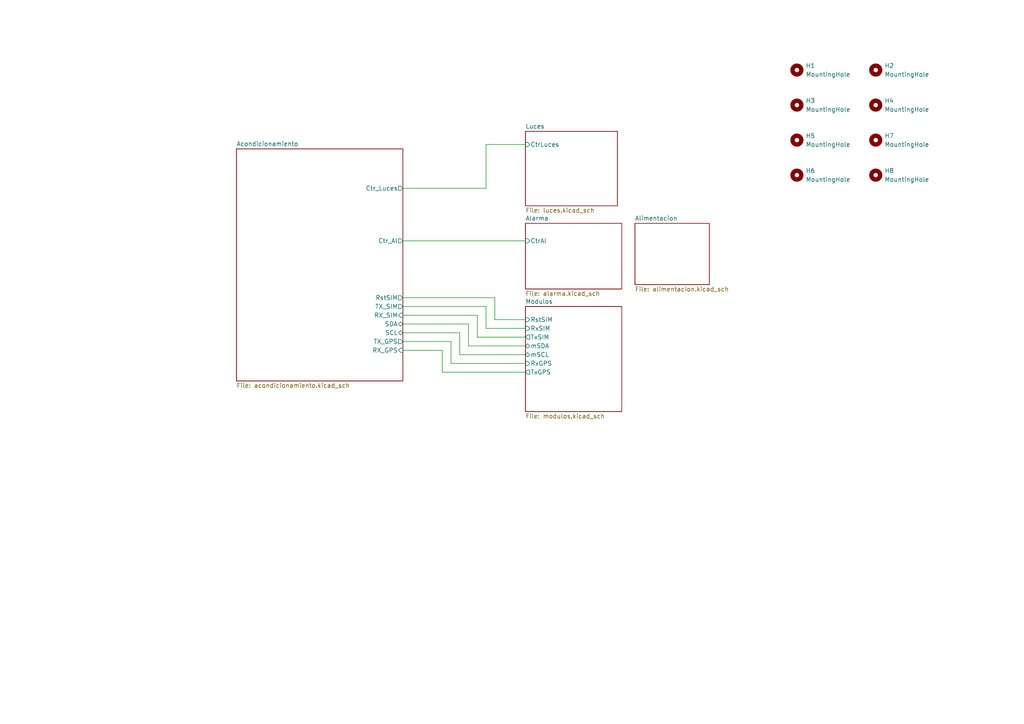
<source format=kicad_sch>
(kicad_sch (version 20230121) (generator eeschema)
  (paper "A4")
  (lib_symbols
    (symbol "Mechanical:MountingHole" (pin_names (offset 1.016))
      (property "Reference" "H" (at 0 5.08 0))
      (property "Value" "MountingHole" (at 0 3.175 0))
      (symbol "MountingHole_0_1"
        (circle (center 0 0) (radius 1.27) (stroke (width 1.27)))
      )
    )
  )
  (wire (pts (xy 116.84 54.61) (xy 140.97 54.61)))
  (wire (pts (xy 128.27 101.6) (xy 116.84 101.6)))
  (wire (pts (xy 116.84 88.9) (xy 140.97 88.9)))
  (wire (pts (xy 133.35 102.87) (xy 133.35 96.52)))
  (wire (pts (xy 135.89 100.33) (xy 135.89 93.98)))
  (wire (pts (xy 130.81 99.06) (xy 116.84 99.06)))
  (wire (pts (xy 140.97 41.91) (xy 152.4 41.91)))
  (wire (pts (xy 152.4 105.41) (xy 130.81 105.41)))
  (wire (pts (xy 138.43 91.44) (xy 116.84 91.44)))
  (wire (pts (xy 140.97 95.25) (xy 140.97 88.9)))
  (wire (pts (xy 130.81 105.41) (xy 130.81 99.06)))
  (wire (pts (xy 152.4 97.79) (xy 138.43 97.79)))
  (wire (pts (xy 152.4 95.25) (xy 140.97 95.25)))
  (wire (pts (xy 143.51 92.71) (xy 152.4 92.71)))
  (wire (pts (xy 133.35 96.52) (xy 116.84 96.52)))
  (wire (pts (xy 152.4 100.33) (xy 135.89 100.33)))
  (wire (pts (xy 140.97 54.61) (xy 140.97 41.91)))
  (wire (pts (xy 135.89 93.98) (xy 116.84 93.98)))
  (wire (pts (xy 128.27 107.95) (xy 128.27 101.6)))
  (wire (pts (xy 143.51 86.36) (xy 143.51 92.71)))
  (wire (pts (xy 152.4 107.95) (xy 128.27 107.95)))
  (wire (pts (xy 152.4 102.87) (xy 133.35 102.87)))
  (wire (pts (xy 116.84 69.85) (xy 152.4 69.85)))
  (wire (pts (xy 138.43 97.79) (xy 138.43 91.44)))
  (wire (pts (xy 116.84 86.36) (xy 143.51 86.36)))
  (symbol (lib_id "Mechanical:MountingHole") (at 231.14 20.32 0) (unit 1)
    (property "Reference" "H1" (at 233.68 19.05 0) (effects (justify left)))
    (property "Value" "MountingHole" (at 233.68 21.59 0) (effects (justify left)))
    (property "Footprint" "MountingHole:MountingHole_3.2mm_M3" (effects hide))
  )
  (symbol (lib_id "Mechanical:MountingHole") (at 231.14 50.8 0) (unit 1)
    (property "Reference" "H6" (at 233.68 49.53 0) (effects (justify left)))
    (property "Value" "MountingHole" (at 233.68 52.07 0) (effects (justify left)))
    (property "Footprint" "MountingHole:MountingHole_3.2mm_M3" (effects hide))
  )
  (symbol (lib_id "Mechanical:MountingHole") (at 254 20.32 0) (unit 1)
    (property "Reference" "H2" (at 256.54 19.05 0) (effects (justify left)))
    (property "Value" "MountingHole" (at 256.54 21.59 0) (effects (justify left)))
    (property "Footprint" "MountingHole:MountingHole_3.2mm_M3" (effects hide))
  )
  (symbol (lib_id "Mechanical:MountingHole") (at 254 50.8 0) (unit 1)
    (property "Reference" "H8" (at 256.54 49.53 0) (effects (justify left)))
    (property "Value" "MountingHole" (at 256.54 52.07 0) (effects (justify left)))
    (property "Footprint" "MountingHole:MountingHole_3.2mm_M3" (effects hide))
  )
  (symbol (lib_id "Mechanical:MountingHole") (at 231.14 30.48 0) (unit 1)
    (property "Reference" "H3" (at 233.68 29.21 0) (effects (justify left)))
    (property "Value" "MountingHole" (at 233.68 31.75 0) (effects (justify left)))
    (property "Footprint" "MountingHole:MountingHole_3.2mm_M3" (effects hide))
  )
  (symbol (lib_id "Mechanical:MountingHole") (at 254 40.64 0) (unit 1)
    (property "Reference" "H7" (at 256.54 39.37 0) (effects (justify left)))
    (property "Value" "MountingHole" (at 256.54 41.91 0) (effects (justify left)))
    (property "Footprint" "MountingHole:MountingHole_3.2mm_M3" (effects hide))
  )
  (symbol (lib_id "Mechanical:MountingHole") (at 231.14 40.64 0) (unit 1)
    (property "Reference" "H5" (at 233.68 39.37 0) (effects (justify left)))
    (property "Value" "MountingHole" (at 233.68 41.91 0) (effects (justify left)))
    (property "Footprint" "MountingHole:MountingHole_3.2mm_M3" (effects hide))
  )
  (symbol (lib_id "Mechanical:MountingHole") (at 254 30.48 0) (unit 1)
    (property "Reference" "H4" (at 256.54 29.21 0) (effects (justify left)))
    (property "Value" "MountingHole" (at 256.54 31.75 0) (effects (justify left)))
    (property "Footprint" "MountingHole:MountingHole_3.2mm_M3" (effects hide))
  )
  (sheet (at 152.4 64.77) (size 27.94 19.05) (stroke (width 0.1524))
    (property "Sheetname" "Alarma" (at 152.4 64.0584 0) (effects (justify left bottom)))
    (property "Sheetfile" "alarma.kicad_sch" (at 152.4 84.4046 0) (effects (justify left top)))
    (pin "CtrAl" input (at 152.4 69.85 180))
  )
  (sheet (at 152.4 38.1) (size 26.67 21.59) (stroke (width 0.1524))
    (property "Sheetname" "Luces" (at 152.4 37.3884 0) (effects (justify left bottom)))
    (property "Sheetfile" "luces.kicad_sch" (at 152.4 60.2746 0) (effects (justify left top)))
    (pin "CtrLuces" input (at 152.4 41.91 180))
  )
  (sheet (at 152.4 88.9) (size 27.94 30.48) (stroke (width 0.1524))
    (property "Sheetname" "Modulos" (at 152.4 88.1884 0) (effects (justify left bottom)))
    (property "Sheetfile" "modulos.kicad_sch" (at 152.4 119.9646 0) (effects (justify left top)))
    (pin "RstSIM" input (at 152.4 92.71 180))
    (pin "RxSIM" input (at 152.4 95.25 180))
    (pin "TxSIM" output (at 152.4 97.79 180))
    (pin "mSDA" bidirectional (at 152.4 100.33 180))
    (pin "mSCL" bidirectional (at 152.4 102.87 180))
    (pin "RxGPS" input (at 152.4 105.41 180))
    (pin "TxGPS" output (at 152.4 107.95 180))
  )
  (sheet (at 184.15 64.77) (size 21.59 17.78) (stroke (width 0.1524))
    (property "Sheetname" "Alimentacion" (at 184.15 64.0584 0) (effects (justify left bottom)))
    (property "Sheetfile" "alimentacion.kicad_sch" (at 184.15 83.1346 0) (effects (justify left top)))
  )
  (sheet (at 68.58 43.18) (size 48.26 67.31) (stroke (width 0.1524))
    (property "Sheetname" "Acondicionamiento" (at 68.58 42.4684 0) (effects (justify left bottom)))
    (property "Sheetfile" "acondicionamiento.kicad_sch" (at 68.58 111.0746 0) (effects (justify left top)))
    (pin "RX_GPS" input (at 116.84 101.6 0))
    (pin "TX_GPS" output (at 116.84 99.06 0))
    (pin "SCL" bidirectional (at 116.84 96.52 0))
    (pin "RX_SIM" input (at 116.84 91.44 0))
    (pin "SDA" bidirectional (at 116.84 93.98 0))
    (pin "TX_SIM" output (at 116.84 88.9 0))
    (pin "Ctr_Al" output (at 116.84 69.85 0))
    (pin "Ctr_Luces" output (at 116.84 54.61 0))
    (pin "RstSIM" output (at 116.84 86.36 0))
  )
)
</source>
